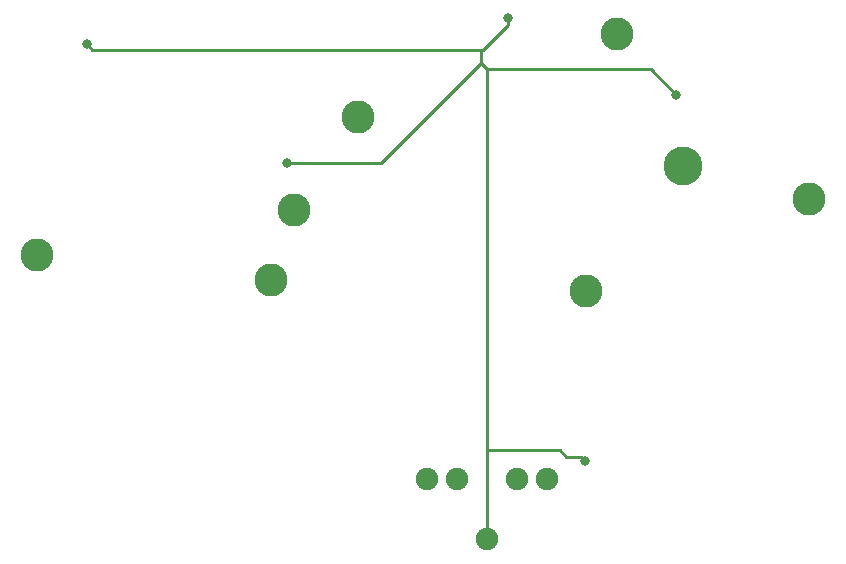
<source format=gbr>
G04 #@! TF.GenerationSoftware,KiCad,Pcbnew,5.0.2+dfsg1-1~bpo9+1*
G04 #@! TF.CreationDate,2020-07-02T14:44:30+01:00*
G04 #@! TF.ProjectId,gbc_outline_basic,6762635f-6f75-4746-9c69-6e655f626173,rev?*
G04 #@! TF.SameCoordinates,Original*
G04 #@! TF.FileFunction,Copper,L2,Bot*
G04 #@! TF.FilePolarity,Positive*
%FSLAX46Y46*%
G04 Gerber Fmt 4.6, Leading zero omitted, Abs format (unit mm)*
G04 Created by KiCad (PCBNEW 5.0.2+dfsg1-1~bpo9+1) date Thu 02 Jul 2020 14:44:30 BST*
%MOMM*%
%LPD*%
G01*
G04 APERTURE LIST*
G04 #@! TA.AperFunction,ComponentPad*
%ADD10C,2.800000*%
G04 #@! TD*
G04 #@! TA.AperFunction,ComponentPad*
%ADD11C,3.300000*%
G04 #@! TD*
G04 #@! TA.AperFunction,ComponentPad*
%ADD12C,1.900000*%
G04 #@! TD*
G04 #@! TA.AperFunction,ViaPad*
%ADD13C,0.800000*%
G04 #@! TD*
G04 #@! TA.AperFunction,Conductor*
%ADD14C,0.250000*%
G04 #@! TD*
G04 APERTURE END LIST*
D10*
G04 #@! TO.P,REF\002A\002A,1*
G04 #@! TO.N,N/C*
X113017300Y-141348460D03*
G04 #@! TD*
G04 #@! TO.P,REF\002A\002A,1*
G04 #@! TO.N,N/C*
X131940300Y-133601460D03*
G04 #@! TD*
G04 #@! TO.P,REF\002A\002A,1*
G04 #@! TO.N,N/C*
X115684300Y-119631460D03*
G04 #@! TD*
G04 #@! TO.P,REF\002A\002A,1*
G04 #@! TO.N,N/C*
X93713300Y-126616460D03*
G04 #@! TD*
G04 #@! TO.P,REF\002A\002A,1*
G04 #@! TO.N,N/C*
X88315800Y-134490460D03*
G04 #@! TD*
G04 #@! TO.P,REF\002A\002A,1*
G04 #@! TO.N,N/C*
X66535300Y-138300460D03*
G04 #@! TD*
D11*
G04 #@! TO.P,REF\002A\002A,*
G04 #@! TO.N,*
X121285000Y-130810000D03*
G04 #@! TD*
D10*
G04 #@! TO.P,REF\002A\002A,1*
G04 #@! TO.N,N/C*
X86360000Y-140462000D03*
G04 #@! TD*
D12*
G04 #@! TO.P,U1,1*
G04 #@! TO.N,Net-(LS1-Pad2)*
X104678480Y-162392360D03*
G04 #@! TO.P,U1,4*
G04 #@! TO.N,Net-(U1-Pad4)*
X102138480Y-157312360D03*
G04 #@! TO.P,U1,5*
G04 #@! TO.N,Net-(U1-Pad5)*
X99598480Y-157312360D03*
G04 #@! TO.P,U1,3*
G04 #@! TO.N,Net-(LS1-Pad1)*
X107218480Y-157312360D03*
G04 #@! TO.P,U1,2*
G04 #@! TO.N,Net-(U1-Pad2)*
X109758480Y-157312360D03*
G04 #@! TD*
D13*
G04 #@! TO.N,Net-(LS1-Pad2)*
X106456480Y-118257320D03*
X70754240Y-120456960D03*
X87751920Y-130556000D03*
X112984280Y-155798520D03*
X120700800Y-124739400D03*
G04 #@! TD*
D14*
G04 #@! TO.N,Net-(LS1-Pad2)*
X106456480Y-118823005D02*
X104324685Y-120954800D01*
X106456480Y-118257320D02*
X106456480Y-118823005D01*
X71252080Y-120954800D02*
X70754240Y-120456960D01*
X104180640Y-120954800D02*
X104180640Y-122047000D01*
X104324685Y-120954800D02*
X104180640Y-120954800D01*
X104180640Y-120954800D02*
X71252080Y-120954800D01*
X104180640Y-122047000D02*
X95671640Y-130556000D01*
X95671640Y-130556000D02*
X87751920Y-130556000D01*
X104180640Y-122047000D02*
X104678480Y-122544840D01*
X112584281Y-155398521D02*
X111380321Y-155398521D01*
X112984280Y-155798520D02*
X112584281Y-155398521D01*
X110810040Y-154828240D02*
X104678480Y-154828240D01*
X111380321Y-155398521D02*
X110810040Y-154828240D01*
X104678480Y-154828240D02*
X104678480Y-162392360D01*
X104678480Y-122544840D02*
X104678480Y-154828240D01*
X104678480Y-122544840D02*
X118506240Y-122544840D01*
X118506240Y-122544840D02*
X120700800Y-124739400D01*
G04 #@! TD*
M02*

</source>
